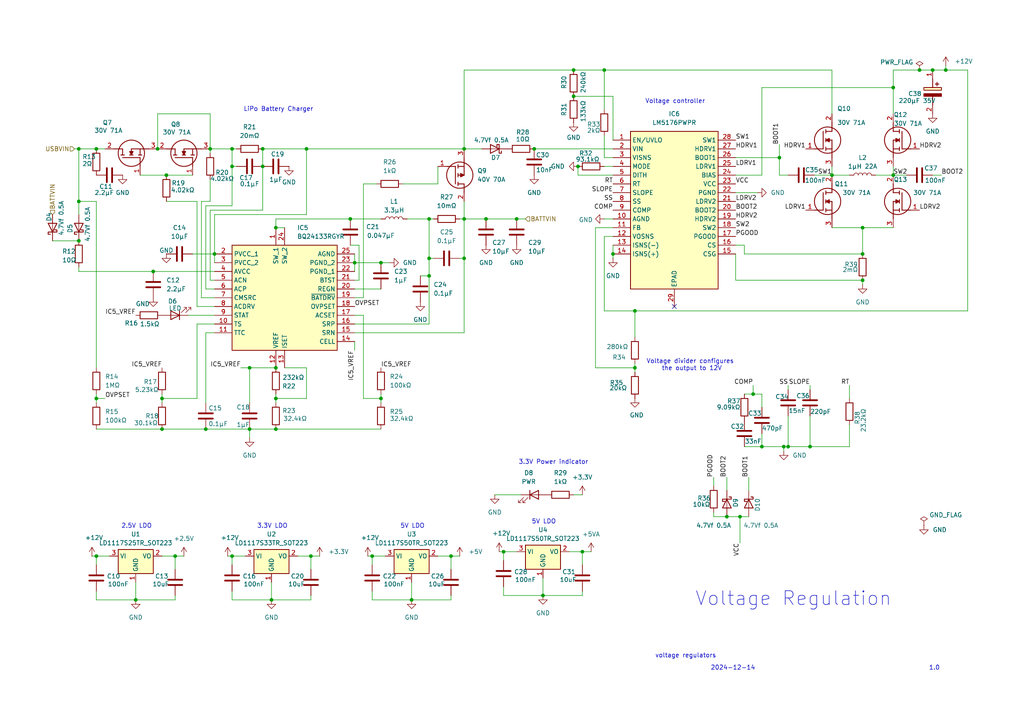
<source format=kicad_sch>
(kicad_sch (version 20250114) (generator "eeschema") (generator_version "9.0")
  (paper "A4")
  (text "1.0" (at 271.018 193.802 0) (effects (font (size 1.27 1.27))))
  (text "5V LDO\n" (at 119.634 152.654 0) (effects (font (size 1.27 1.27))))
  (text "3.3V Power indicator\n" (at 160.528 134.112 0) (effects (font (size 1.27 1.27))))
  (text "2024-12-14" (at 212.598 193.802 0) (effects (font (size 1.27 1.27))))
  (text "Voltage divider configures \nthe output to 12V" (at 200.66 105.918 0) (effects (font (size 1.27 1.27))))
  (text "2.5V LDO" (at 39.624 152.654 0) (effects (font (size 1.27 1.27))))
  (text "Voltage Regulation" (at 230.124 173.736 0) (effects (font (size 4 4))))
  (text "Voltage controller" (at 195.834 29.464 0) (effects (font (size 1.27 1.27))))
  (text "LiPo Battery Charger\n" (at 80.772 31.75 0) (effects (font (size 1.27 1.27))))
  (text "5V LDO\n" (at 157.734 151.384 0) (effects (font (size 1.27 1.27))))
  (text "voltage regulators\n" (at 198.882 190.246 0) (effects (font (size 1.27 1.27))))
  (text "3.3V LDO" (at 78.994 152.654 0) (effects (font (size 1.27 1.27))))
  (junction (at 119.38 173.99))
  (junction (at 214.63 149.86))
  (junction (at 270.51 20.32))
  (junction (at 62.23 73.66))
  (junction (at 228.6 129.54))
  (junction (at 226.06 45.72))
  (junction (at 27.94 115.57))
  (junction (at 259.08 50.8))
  (junction (at 149.86 63.5))
  (junction (at 72.39 124.46))
  (junction (at 130.81 161.29))
  (junction (at 134.62 74.93))
  (junction (at 250.19 81.28))
  (junction (at 210.82 149.86))
  (junction (at 76.2 48.26))
  (junction (at 177.8 73.66))
  (junction (at 44.45 78.74))
  (junction (at 80.01 106.68))
  (junction (at 166.37 27.94))
  (junction (at 154.94 43.18))
  (junction (at 76.2 43.18))
  (junction (at 124.46 74.93))
  (junction (at 107.95 161.29))
  (junction (at 124.46 80.01))
  (junction (at 27.94 161.29))
  (junction (at 184.15 90.17))
  (junction (at 80.01 124.46))
  (junction (at 50.8 161.29))
  (junction (at 227.33 129.54))
  (junction (at 168.91 160.02))
  (junction (at 46.99 124.46))
  (junction (at 110.49 76.2))
  (junction (at 274.32 20.32))
  (junction (at 90.17 161.29))
  (junction (at 167.64 48.26))
  (junction (at 80.01 66.04))
  (junction (at 59.69 124.46))
  (junction (at 27.94 43.18))
  (junction (at 250.19 73.66))
  (junction (at 157.48 172.72))
  (junction (at 234.95 129.54))
  (junction (at 266.7 20.32))
  (junction (at 22.86 58.42))
  (junction (at 88.9 43.18))
  (junction (at 166.37 20.32))
  (junction (at 102.87 76.2))
  (junction (at 175.26 20.32))
  (junction (at 60.96 43.18))
  (junction (at 101.6 63.5))
  (junction (at 22.86 43.18))
  (junction (at 45.72 43.18))
  (junction (at 72.39 106.68))
  (junction (at 67.31 43.18))
  (junction (at 220.98 129.54))
  (junction (at 80.01 115.57))
  (junction (at 134.62 63.5))
  (junction (at 67.31 161.29))
  (junction (at 259.08 25.4))
  (junction (at 39.37 173.99))
  (junction (at 241.3 50.8))
  (junction (at 218.44 114.3))
  (junction (at 250.19 66.04))
  (junction (at 184.15 106.68))
  (junction (at 140.97 63.5))
  (junction (at 134.62 43.18))
  (junction (at 110.49 115.57))
  (junction (at 67.31 48.26))
  (junction (at 48.26 50.8))
  (junction (at 46.99 115.57))
  (junction (at 78.74 173.99))
  (junction (at 22.86 69.85))
  (junction (at 146.05 160.02))
  (junction (at 124.46 63.5))
  (no_connect (at 195.58 88.9))
  (wire (pts (xy 62.23 73.66) (xy 62.23 62.23)))
  (wire (pts (xy 104.14 71.12) (xy 101.6 71.12)))
  (wire (pts (xy 227.33 129.54) (xy 227.33 130.81)))
  (wire (pts (xy 175.26 45.72) (xy 175.26 39.37)))
  (wire (pts (xy 60.96 43.18) (xy 60.96 44.45)))
  (wire (pts (xy 274.32 20.32) (xy 280.67 20.32)))
  (wire (pts (xy 270.51 20.32) (xy 274.32 20.32)))
  (wire (pts (xy 69.85 106.68) (xy 72.39 106.68)))
  (wire (pts (xy 105.41 53.34) (xy 109.22 53.34)))
  (wire (pts (xy 124.46 74.93) (xy 125.73 74.93)))
  (wire (pts (xy 177.8 73.66) (xy 177.8 74.93)))
  (wire (pts (xy 134.62 43.18) (xy 139.7 43.18)))
  (wire (pts (xy 228.6 120.65) (xy 228.6 129.54)))
  (wire (pts (xy 259.08 25.4) (xy 259.08 33.02)))
  (wire (pts (xy 241.3 66.04) (xy 250.19 66.04)))
  (wire (pts (xy 67.31 43.18) (xy 68.58 43.18)))
  (wire (pts (xy 166.37 27.94) (xy 177.8 27.94)))
  (wire (pts (xy 62.23 93.98) (xy 57.15 93.98)))
  (wire (pts (xy 168.91 172.72) (xy 157.48 172.72)))
  (wire (pts (xy 280.67 20.32) (xy 280.67 90.17)))
  (wire (pts (xy 60.96 81.28) (xy 60.96 60.96)))
  (wire (pts (xy 67.31 163.83) (xy 67.31 161.29)))
  (wire (pts (xy 46.99 124.46) (xy 59.69 124.46)))
  (wire (pts (xy 213.36 50.8) (xy 220.98 50.8)))
  (wire (pts (xy 59.69 124.46) (xy 72.39 124.46)))
  (wire (pts (xy 60.96 33.02) (xy 60.96 43.18)))
  (wire (pts (xy 90.17 161.29) (xy 86.36 161.29)))
  (wire (pts (xy 90.17 173.99) (xy 78.74 173.99)))
  (wire (pts (xy 27.94 171.45) (xy 27.94 173.99)))
  (wire (pts (xy 134.62 63.5) (xy 134.62 74.93)))
  (wire (pts (xy 62.23 73.66) (xy 62.23 76.2)))
  (wire (pts (xy 121.92 80.01) (xy 124.46 80.01)))
  (wire (pts (xy 80.01 66.04) (xy 82.55 66.04)))
  (wire (pts (xy 250.19 81.28) (xy 250.19 82.55)))
  (wire (pts (xy 21.59 43.18) (xy 22.86 43.18)))
  (wire (pts (xy 27.94 124.46) (xy 46.99 124.46)))
  (wire (pts (xy 168.91 160.02) (xy 165.1 160.02)))
  (wire (pts (xy 246.38 123.19) (xy 246.38 129.54)))
  (wire (pts (xy 213.36 45.72) (xy 226.06 45.72)))
  (wire (pts (xy 44.45 78.74) (xy 62.23 78.74)))
  (wire (pts (xy 175.26 68.58) (xy 177.8 68.58)))
  (wire (pts (xy 220.98 50.8) (xy 220.98 25.4)))
  (wire (pts (xy 270.51 50.8) (xy 273.05 50.8)))
  (wire (pts (xy 90.17 165.1) (xy 90.17 161.29)))
  (wire (pts (xy 210.82 138.43) (xy 210.82 142.24)))
  (wire (pts (xy 236.22 50.8) (xy 241.3 50.8)))
  (wire (pts (xy 101.6 63.5) (xy 80.01 63.5)))
  (wire (pts (xy 217.17 138.43) (xy 217.17 142.24)))
  (wire (pts (xy 88.9 43.18) (xy 134.62 43.18)))
  (wire (pts (xy 228.6 129.54) (xy 227.33 129.54)))
  (wire (pts (xy 167.64 50.8) (xy 177.8 50.8)))
  (wire (pts (xy 50.8 172.72) (xy 50.8 173.99)))
  (wire (pts (xy 175.26 90.17) (xy 184.15 90.17)))
  (wire (pts (xy 207.01 148.59) (xy 207.01 149.86)))
  (wire (pts (xy 130.81 172.72) (xy 130.81 173.99)))
  (wire (pts (xy 27.94 115.57) (xy 27.94 116.84)))
  (wire (pts (xy 62.23 88.9) (xy 57.15 88.9)))
  (wire (pts (xy 220.98 129.54) (xy 227.33 129.54)))
  (wire (pts (xy 80.01 63.5) (xy 80.01 66.04)))
  (wire (pts (xy 134.62 63.5) (xy 140.97 63.5)))
  (wire (pts (xy 105.41 115.57) (xy 110.49 115.57)))
  (wire (pts (xy 215.9 129.54) (xy 220.98 129.54)))
  (wire (pts (xy 184.15 105.41) (xy 184.15 106.68)))
  (wire (pts (xy 107.95 161.29) (xy 111.76 161.29)))
  (wire (pts (xy 130.81 173.99) (xy 119.38 173.99)))
  (wire (pts (xy 241.3 48.26) (xy 241.3 50.8)))
  (wire (pts (xy 146.05 160.02) (xy 149.86 160.02)))
  (wire (pts (xy 40.64 50.8) (xy 48.26 50.8)))
  (wire (pts (xy 46.99 114.3) (xy 46.99 115.57)))
  (wire (pts (xy 110.49 63.5) (xy 101.6 63.5)))
  (wire (pts (xy 102.87 76.2) (xy 102.87 78.74)))
  (wire (pts (xy 57.15 93.98) (xy 57.15 115.57)))
  (wire (pts (xy 175.26 20.32) (xy 241.3 20.32)))
  (wire (pts (xy 88.9 62.23) (xy 88.9 43.18)))
  (wire (pts (xy 215.9 73.66) (xy 250.19 73.66)))
  (wire (pts (xy 146.05 170.18) (xy 146.05 172.72)))
  (wire (pts (xy 57.15 58.42) (xy 57.15 88.9)))
  (wire (pts (xy 116.84 53.34) (xy 127 53.34)))
  (wire (pts (xy 27.94 43.18) (xy 30.48 43.18)))
  (wire (pts (xy 62.23 62.23) (xy 88.9 62.23)))
  (wire (pts (xy 143.51 143.51) (xy 151.13 143.51)))
  (wire (pts (xy 90.17 172.72) (xy 90.17 173.99)))
  (wire (pts (xy 57.15 115.57) (xy 46.99 115.57)))
  (wire (pts (xy 110.49 114.3) (xy 110.49 115.57)))
  (wire (pts (xy 78.74 168.91) (xy 78.74 173.99)))
  (wire (pts (xy 27.94 163.83) (xy 27.94 161.29)))
  (wire (pts (xy 27.94 173.99) (xy 39.37 173.99)))
  (wire (pts (xy 218.44 111.76) (xy 218.44 114.3)))
  (wire (pts (xy 234.95 120.65) (xy 234.95 129.54)))
  (wire (pts (xy 88.9 115.57) (xy 80.01 115.57)))
  (wire (pts (xy 134.62 63.5) (xy 133.35 63.5)))
  (wire (pts (xy 60.96 58.42) (xy 60.96 52.07)))
  (wire (pts (xy 66.04 161.29) (xy 67.31 161.29)))
  (wire (pts (xy 152.4 63.5) (xy 149.86 63.5)))
  (wire (pts (xy 102.87 83.82) (xy 110.49 83.82)))
  (wire (pts (xy 72.39 106.68) (xy 80.01 106.68)))
  (wire (pts (xy 250.19 66.04) (xy 259.08 66.04)))
  (wire (pts (xy 104.14 81.28) (xy 102.87 81.28)))
  (wire (pts (xy 76.2 43.18) (xy 88.9 43.18)))
  (wire (pts (xy 167.64 48.26) (xy 167.64 50.8)))
  (wire (pts (xy 259.08 48.26) (xy 259.08 50.8)))
  (wire (pts (xy 124.46 74.93) (xy 124.46 63.5)))
  (wire (pts (xy 48.26 50.8) (xy 55.88 50.8)))
  (wire (pts (xy 102.87 96.52) (xy 134.62 96.52)))
  (wire (pts (xy 46.99 116.84) (xy 46.99 115.57)))
  (wire (pts (xy 60.96 33.02) (xy 45.72 33.02)))
  (wire (pts (xy 67.31 48.26) (xy 68.58 48.26)))
  (wire (pts (xy 234.95 113.03) (xy 234.95 111.76)))
  (wire (pts (xy 105.41 86.36) (xy 105.41 53.34)))
  (wire (pts (xy 177.8 27.94) (xy 177.8 40.64)))
  (wire (pts (xy 166.37 20.32) (xy 175.26 20.32)))
  (wire (pts (xy 127 48.26) (xy 127 53.34)))
  (wire (pts (xy 105.41 91.44) (xy 105.41 115.57)))
  (wire (pts (xy 175.26 31.75) (xy 175.26 20.32)))
  (wire (pts (xy 172.72 66.04) (xy 177.8 66.04)))
  (wire (pts (xy 133.35 74.93) (xy 134.62 74.93)))
  (wire (pts (xy 102.87 86.36) (xy 105.41 86.36)))
  (wire (pts (xy 210.82 149.86) (xy 214.63 149.86)))
  (wire (pts (xy 207.01 138.43) (xy 207.01 140.97)))
  (wire (pts (xy 67.31 48.26) (xy 67.31 43.18)))
  (wire (pts (xy 259.08 25.4) (xy 259.08 20.32)))
  (wire (pts (xy 218.44 114.3) (xy 220.98 114.3)))
  (wire (pts (xy 214.63 149.86) (xy 214.63 157.48)))
  (wire (pts (xy 60.96 43.18) (xy 67.31 43.18)))
  (wire (pts (xy 259.08 20.32) (xy 266.7 20.32)))
  (wire (pts (xy 134.62 58.42) (xy 134.62 63.5)))
  (wire (pts (xy 220.98 25.4) (xy 259.08 25.4)))
  (wire (pts (xy 62.23 81.28) (xy 60.96 81.28)))
  (wire (pts (xy 172.72 66.04) (xy 172.72 106.68)))
  (wire (pts (xy 146.05 172.72) (xy 157.48 172.72)))
  (wire (pts (xy 184.15 90.17) (xy 280.67 90.17)))
  (wire (pts (xy 67.31 171.45) (xy 67.31 173.99)))
  (wire (pts (xy 214.63 149.86) (xy 217.17 149.86)))
  (wire (pts (xy 130.81 161.29) (xy 127 161.29)))
  (wire (pts (xy 58.42 86.36) (xy 62.23 86.36)))
  (wire (pts (xy 27.94 114.3) (xy 27.94 115.57)))
  (wire (pts (xy 124.46 80.01) (xy 124.46 74.93)))
  (wire (pts (xy 72.39 127) (xy 72.39 124.46)))
  (wire (pts (xy 59.69 59.69) (xy 59.69 83.82)))
  (wire (pts (xy 124.46 63.5) (xy 125.73 63.5)))
  (wire (pts (xy 27.94 106.68) (xy 27.94 58.42)))
  (wire (pts (xy 259.08 50.8) (xy 262.89 50.8)))
  (wire (pts (xy 168.91 171.45) (xy 168.91 172.72)))
  (wire (pts (xy 250.19 66.04) (xy 250.19 73.66)))
  (wire (pts (xy 134.62 20.32) (xy 166.37 20.32)))
  (wire (pts (xy 67.31 161.29) (xy 71.12 161.29)))
  (wire (pts (xy 76.2 48.26) (xy 76.2 60.96)))
  (wire (pts (xy 88.9 106.68) (xy 88.9 115.57)))
  (wire (pts (xy 50.8 165.1) (xy 50.8 161.29)))
  (wire (pts (xy 102.87 91.44) (xy 105.41 91.44)))
  (wire (pts (xy 54.61 91.44) (xy 62.23 91.44)))
  (wire (pts (xy 175.26 63.5) (xy 177.8 63.5)))
  (wire (pts (xy 241.3 50.8) (xy 246.38 50.8)))
  (wire (pts (xy 175.26 48.26) (xy 177.8 48.26)))
  (wire (pts (xy 59.69 96.52) (xy 59.69 116.84)))
  (wire (pts (xy 171.45 160.02) (xy 168.91 160.02)))
  (wire (pts (xy 45.72 33.02) (xy 45.72 43.18)))
  (wire (pts (xy 59.69 96.52) (xy 62.23 96.52)))
  (wire (pts (xy 172.72 106.68) (xy 184.15 106.68)))
  (wire (pts (xy 50.8 173.99) (xy 39.37 173.99)))
  (wire (pts (xy 118.11 63.5) (xy 124.46 63.5)))
  (wire (pts (xy 67.31 48.26) (xy 67.31 59.69)))
  (wire (pts (xy 39.37 168.91) (xy 39.37 173.99)))
  (wire (pts (xy 22.86 43.18) (xy 22.86 58.42)))
  (wire (pts (xy 57.15 58.42) (xy 48.26 58.42)))
  (wire (pts (xy 110.49 115.57) (xy 110.49 116.84)))
  (wire (pts (xy 226.06 50.8) (xy 228.6 50.8)))
  (wire (pts (xy 219.71 55.88) (xy 213.36 55.88)))
  (wire (pts (xy 177.8 45.72) (xy 175.26 45.72)))
  (wire (pts (xy 113.03 76.2) (xy 110.49 76.2)))
  (wire (pts (xy 107.95 163.83) (xy 107.95 161.29)))
  (wire (pts (xy 213.36 73.66) (xy 213.36 81.28)))
  (wire (pts (xy 15.24 69.85) (xy 22.86 69.85)))
  (wire (pts (xy 119.38 168.91) (xy 119.38 173.99)))
  (wire (pts (xy 215.9 71.12) (xy 215.9 73.66)))
  (wire (pts (xy 80.01 124.46) (xy 110.49 124.46)))
  (wire (pts (xy 82.55 106.68) (xy 88.9 106.68)))
  (wire (pts (xy 22.86 77.47) (xy 22.86 78.74)))
  (wire (pts (xy 102.87 73.66) (xy 102.87 76.2)))
  (wire (pts (xy 102.87 93.98) (xy 124.46 93.98)))
  (wire (pts (xy 157.48 167.64) (xy 157.48 172.72)))
  (wire (pts (xy 133.35 161.29) (xy 130.81 161.29)))
  (wire (pts (xy 59.69 59.69) (xy 67.31 59.69)))
  (wire (pts (xy 226.06 41.91) (xy 226.06 45.72)))
  (wire (pts (xy 22.86 58.42) (xy 22.86 62.23)))
  (wire (pts (xy 62.23 83.82) (xy 59.69 83.82)))
  (wire (pts (xy 184.15 90.17) (xy 184.15 97.79)))
  (wire (pts (xy 22.86 43.18) (xy 27.94 43.18)))
  (wire (pts (xy 246.38 111.76) (xy 246.38 115.57)))
  (wire (pts (xy 58.42 58.42) (xy 60.96 58.42)))
  (wire (pts (xy 104.14 81.28) (xy 104.14 71.12)))
  (wire (pts (xy 76.2 48.26) (xy 76.2 43.18)))
  (wire (pts (xy 254 50.8) (xy 259.08 50.8)))
  (wire (pts (xy 226.06 45.72) (xy 226.06 50.8)))
  (wire (pts (xy 175.26 68.58) (xy 175.26 90.17)))
  (wire (pts (xy 80.01 114.3) (xy 80.01 115.57)))
  (wire (pts (xy 241.3 20.32) (xy 241.3 33.02)))
  (wire (pts (xy 154.94 43.18) (xy 177.8 43.18)))
  (wire (pts (xy 55.88 73.66) (xy 62.23 73.66)))
  (wire (pts (xy 213.36 81.28) (xy 250.19 81.28)))
  (wire (pts (xy 58.42 58.42) (xy 58.42 86.36)))
  (wire (pts (xy 124.46 93.98) (xy 124.46 80.01)))
  (wire (pts (xy 130.81 165.1) (xy 130.81 161.29)))
  (wire (pts (xy 220.98 118.11) (xy 220.98 114.3)))
  (wire (pts (xy 215.9 114.3) (xy 218.44 114.3)))
  (wire (pts (xy 107.95 173.99) (xy 119.38 173.99)))
  (wire (pts (xy 60.96 60.96) (xy 76.2 60.96)))
  (wire (pts (xy 102.87 76.2) (xy 110.49 76.2)))
  (wire (pts (xy 220.98 125.73) (xy 220.98 129.54)))
  (wire (pts (xy 67.31 173.99) (xy 78.74 173.99)))
  (wire (pts (xy 168.91 163.83) (xy 168.91 160.02)))
  (wire (pts (xy 27.94 161.29) (xy 31.75 161.29)))
  (wire (pts (xy 50.8 161.29) (xy 46.99 161.29)))
  (wire (pts (xy 234.95 129.54) (xy 228.6 129.54)))
  (wire (pts (xy 53.34 161.29) (xy 50.8 161.29)))
  (wire (pts (xy 106.68 161.29) (xy 107.95 161.29)))
  (wire (pts (xy 102.87 101.6) (xy 102.87 99.06)))
  (wire (pts (xy 26.67 161.29) (xy 27.94 161.29)))
  (wire (pts (xy 22.86 78.74) (xy 44.45 78.74)))
  (wire (pts (xy 184.15 106.68) (xy 184.15 107.95)))
  (wire (pts (xy 27.94 115.57) (xy 30.48 115.57)))
  (wire (pts (xy 72.39 124.46) (xy 80.01 124.46)))
  (wire (pts (xy 274.32 19.05) (xy 274.32 20.32)))
  (wire (pts (xy 215.9 71.12) (xy 213.36 71.12)))
  (wire (pts (xy 234.95 129.54) (xy 246.38 129.54)))
  (wire (pts (xy 266.7 20.32) (xy 270.51 20.32)))
  (wire (pts (xy 177.8 71.12) (xy 177.8 73.66)))
  (wire (pts (xy 107.95 171.45) (xy 107.95 173.99)))
  (wire (pts (xy 149.86 63.5) (xy 140.97 63.5)))
  (wire (pts (xy 27.94 58.42) (xy 22.86 58.42)))
  (wire (pts (xy 80.01 115.57) (xy 80.01 116.84)))
  (wire (pts (xy 134.62 74.93) (xy 134.62 96.52)))
  (wire (pts (xy 166.37 143.51) (xy 168.91 143.51)))
  (wire (pts (xy 144.78 160.02) (xy 146.05 160.02)))
  (wire (pts (xy 228.6 111.76) (xy 228.6 113.03)))
  (wire (pts (xy 146.05 162.56) (xy 146.05 160.02)))
  (wire (pts (xy 207.01 149.86) (xy 210.82 149.86)))
  (wire (pts (xy 134.62 20.32) (xy 134.62 43.18)))
  (wire (pts (xy 72.39 116.84) (xy 72.39 106.68)))
  (wire (pts (xy 92.71 161.29) (xy 90.17 161.29)))
  (label "COMP" (at 177.8 60.96 180))
  (label "SS" (at 177.8 58.42 180))
  (label "BOOT1" (at 226.06 41.91 90))
  (label "HDRV2" (at 213.36 63.5 0))
  (label "LDRV2" (at 266.7 60.96 0))
  (label "PGOOD" (at 213.36 68.58 0))
  (label "BOOT2" (at 213.36 60.96 0))
  (label "LDRV1" (at 213.36 48.26 0))
  (label "VCC" (at 213.36 53.34 0))
  (label "PGOOD" (at 207.01 138.43 90))
  (label "VCC" (at 214.63 157.48 270))
  (label "SW2" (at 259.08 50.8 0))
  (label "SW1" (at 241.3 50.8 180))
  (label "IC5_VREF" (at 110.49 106.68 0))
  (label "IC5_VREF" (at 46.99 106.68 180))
  (label "HDRV1" (at 213.36 43.18 0))
  (label "SW2" (at 213.36 66.04 0))
  (label "BOOT2" (at 273.05 50.8 0))
  (label "SW1" (at 213.36 40.64 0))
  (label "BOOT1" (at 217.17 138.43 90))
  (label "SLOPE" (at 234.95 111.76 180))
  (label "OVPSET" (at 102.87 88.9 0))
  (label "SS" (at 228.6 111.76 180))
  (label "BOOT2" (at 210.82 138.43 90))
  (label "IC5_VREF" (at 102.87 101.6 270))
  (label "COMP" (at 218.44 111.76 180))
  (label "SLOPE" (at 177.8 55.88 180))
  (label "RT" (at 246.38 111.76 180))
  (label "HDRV2" (at 266.7 43.18 0))
  (label "HDRV1" (at 233.68 43.18 180))
  (label "OVPSET" (at 30.48 115.57 0))
  (label "RT" (at 177.8 53.34 180))
  (label "IC5_VREF" (at 69.85 106.68 180))
  (label "IC5_VREF" (at 39.37 91.44 180))
  (label "LDRV1" (at 233.68 60.96 180))
  (label "LDRV2" (at 213.36 58.42 0))
  (hierarchical_label "BATTVIN" (shape input) (at 15.24 62.23 90))
  (hierarchical_label "USBVIN" (shape input) (at 21.59 43.18 180))
  (hierarchical_label "BATTVIN" (shape input) (at 152.4 63.5 0))
  (symbol (lib_id "power:+12V") (at 66.04 161.29 0) (unit 1)
    (property "Reference" "#PWR030" (effects (hide yes)))
    (property "Value" "+12V" (at 64.008 155.956 0) (effects (justify left)))
    (property "Description" "Power symbol creates a global label with name \"+12V\"" (effects (hide yes)))
  )
  (symbol (lib_id "Device:C") (at 72.39 48.26 90) (unit 1)
    (property "Reference" "C17" (at 71.374 51.562 90))
    (property "Value" "0.1µF" (at 72.39 53.34 90))
    (property "Footprint" "Capacitor_SMD:C_0603_1608Metric" (effects (hide yes)))
    (property "Description" "Unpolarized capacitor" (effects (hide yes)))
  )
  (symbol (lib_id "Device:C") (at 44.45 82.55 0) (unit 1)
    (property "Reference" "C12" (at 48.26 81.2799 0) (effects (justify left)))
    (property "Value" "2.2µF" (at 48.26 83.8199 0) (effects (justify left)))
    (property "Footprint" "Capacitor_SMD:C_0603_1608Metric" (effects (hide yes)))
    (property "Description" "Unpolarized capacitor" (effects (hide yes)))
  )
  (symbol (lib_id "Device:R") (at 80.01 120.65 0) (unit 1)
    (property "Reference" "R23" (at 83.82 119.126 0))
    (property "Value" "32.4kΩ" (at 85.598 121.412 0))
    (property "Footprint" "Resistor_SMD:R_0603_1608Metric" (effects (hide yes)))
    (property "Description" "Resistor" (effects (hide yes)))
  )
  (symbol (lib_id "Device:R") (at 46.99 120.65 180) (unit 1)
    (property "Reference" "R18" (at 42.164 120.65 0) (effects (justify right)))
    (property "Value" "30.1kΩ" (at 38.862 122.682 0) (effects (justify right)))
    (property "Footprint" "Resistor_SMD:R_0603_1608Metric" (effects (hide yes)))
    (property "Description" "Resistor" (effects (hide yes)))
  )
  (symbol (lib_id "Device:R") (at 22.86 73.66 180) (unit 1)
    (property "Reference" "R12" (at 18.034 72.898 0) (effects (justify right)))
    (property "Value" "10Ω" (at 18.034 75.438 0) (effects (justify right)))
    (property "Footprint" "Resistor_SMD:R_0603_1608Metric" (effects (hide yes)))
    (property "Description" "Resistor" (effects (hide yes)))
  )
  (symbol (lib_id "power:GND") (at 219.71 55.88 90) (unit 1)
    (property "Reference" "#PWR053" (effects (hide yes)))
    (property "Value" "GND" (at 223.52 55.8799 90) (effects (justify right)))
    (property "Description" "Power symbol creates a global label with name \"GND\" , ground" (effects (hide yes)))
  )
  (symbol (lib_id "Device:C") (at 168.91 167.64 0) (unit 1)
    (property "Reference" "C31" (at 163.068 165.862 0) (effects (justify left)))
    (property "Value" "10uF" (at 162.306 168.148 0) (effects (justify left)))
    (property "Footprint" "Capacitor_SMD:C_0603_1608Metric" (effects (hide yes)))
    (property "Description" "Unpolarized capacitor" (effects (hide yes)))
  )
  (symbol (lib_id "Device:R") (at 72.39 43.18 270) (unit 1)
    (property "Reference" "R21" (at 72.39 36.83 90))
    (property "Value" "20mΩ" (at 72.39 39.37 90))
    (property "Footprint" "Resistor_SMD:R_0603_1608Metric" (effects (hide yes)))
    (property "Description" "Resistor" (effects (hide yes)))
  )
  (symbol (lib_id "IPD047N03LF2SATMA1:IPD047N03LF2SATMA1") (at 55.88 50.8 90) (unit 1)
    (property "Reference" "Q8" (at 52.324 36.068 90) (effects (justify left)))
    (property "Value" "30V 71A" (at 55.372 38.354 90) (effects (justify left)))
    (property "Footprint" "kuben-footprints:IPD047N03LF2SATMA1" (effects (hide yes)))
    (property "Datasheet" "https://www.infineon.com/dgdl/Infineon-IPD047N03LF2S-DataSheet-v01_00-EN.pdf?fileId=8ac78c8c92416ca50192b89c5f296484" (effects (hide yes)))
    (property "Description" "N-Channel 30 V 71A (Tc) 65W (Tc) Surface Mount PG-TO252-3" (effects (hide yes)))
    (property "Description_1" "N-Channel 30 V 71A (Tc) 65W (Tc) Surface Mount PG-TO252-3" (effects (hide yes)))
    (property "Height" "2.52" (effects (hide yes)))
    (property "Manufacturer_Name" "Infineon" (effects (hide yes)))
    (property "Manufacturer_Part_Number" "IPD047N03LF2SATMA1" (effects (hide yes)))
  )
  (symbol (lib_id "Device:C") (at 121.92 83.82 180) (unit 1)
    (property "Reference" "C24" (at 125.73 82.5499 0) (effects (justify right)))
    (property "Value" "0.1µF" (at 125.73 85.0899 0) (effects (justify right)))
    (property "Footprint" "Capacitor_SMD:C_0603_1608Metric" (effects (hide yes)))
    (property "Description" "Unpolarized capacitor" (effects (hide yes)))
  )
  (symbol (lib_id "Device:D_Schottky") (at 143.51 43.18 180) (unit 1)
    (property "Reference" "D7" (at 145.0976 45.72 0) (effects (justify left)))
    (property "Value" "4.7Vf 0.5A" (at 147.574 40.64 0) (effects (justify left)))
    (property "Footprint" "kuben-footprints:DIOC1709X85N" (effects (hide yes)))
    (property "Description" "Schottky diode" (effects (hide yes)))
    (property "Height" "0.85" (effects (hide yes)))
    (property "Mouser Part Number" "750-CDBU0520" (effects (hide yes)))
    (property "Mouser Price/Stock" "https://www.mouser.co.uk/ProductDetail/Comchip-Technology/CDBU0520?qs=QrYNfmA0esYvGSGDalbccA%3D%3D" (effects (hide yes)))
    (property "Manufacturer_Name" "Comchip Technology" (effects (hide yes)))
    (property "Manufacturer_Part_Number" "CDBU0520" (effects (hide yes)))
  )
  (symbol (lib_id "Device:D_Schottky") (at 210.82 146.05 270) (unit 1)
    (property "Reference" "D9" (at 213.36 144.4624 0) (effects (justify left)))
    (property "Value" "4.7Vf 0.5A" (at 201.93 152.4 90) (effects (justify left)))
    (property "Footprint" "kuben-footprints:DIOC1709X85N" (effects (hide yes)))
    (property "Description" "Schottky diode" (effects (hide yes)))
    (property "Height" "0.85" (effects (hide yes)))
    (property "Mouser Part Number" "750-CDBU0520" (effects (hide yes)))
    (property "Mouser Price/Stock" "https://www.mouser.co.uk/ProductDetail/Comchip-Technology/CDBU0520?qs=QrYNfmA0esYvGSGDalbccA%3D%3D" (effects (hide yes)))
    (property "Manufacturer_Name" "Comchip Technology" (effects (hide yes)))
    (property "Manufacturer_Part_Number" "CDBU0520" (effects (hide yes)))
  )
  (symbol (lib_id "power:PWR_FLAG") (at 267.97 152.4 0) (unit 1)
    (property "Reference" "#FLG02" (effects (hide yes)))
    (property "Value" "GND_FLAG" (at 274.32 149.352 0))
    (property "Description" "Special symbol for telling ERC where power comes from" (effects (hide yes)))
  )
  (symbol (lib_id "Device:R") (at 80.01 110.49 0) (unit 1)
    (property "Reference" "R22" (at 83.82 112.014 0))
    (property "Value" "232kΩ" (at 85.09 109.474 0))
    (property "Footprint" "Resistor_SMD:R_0603_1608Metric" (effects (hide yes)))
    (property "Description" "Resistor" (effects (hide yes)))
  )
  (symbol (lib_id "power:GND") (at 177.8 74.93 0) (unit 1)
    (property "Reference" "#PWR051" (effects (hide yes)))
    (property "Value" "GND" (at 177.8 80.01 0))
    (property "Description" "Power symbol creates a global label with name \"GND\" , ground" (effects (hide yes)))
  )
  (symbol (lib_id "power:+3.3V") (at 168.91 143.51 0) (unit 1)
    (property "Reference" "#PWR048" (effects (hide yes)))
    (property "Value" "+3.3V" (at 168.91 138.43 0))
    (property "Description" "Power symbol creates a global label with name \"+3.3V\"" (effects (hide yes)))
  )
  (symbol (lib_id "Regulator_Linear:LD1117S25TR_SOT223") (at 39.37 161.29 0) (unit 1)
    (property "Reference" "U1" (at 39.37 154.94 0))
    (property "Value" "LD1117S25TR_SOT223" (at 39.37 157.48 0))
    (property "Footprint" "Package_TO_SOT_SMD:SOT-223-3_TabPin2" (effects (hide yes)))
    (property "Datasheet" "http://www.st.com/st-web-ui/static/active/en/resource/technical/document/datasheet/CD00000544.pdf" (effects (hide yes)))
    (property "Description" "800mA Fixed Low Drop Positive Voltage Regulator, Fixed Output 2.5V, SOT-223" (effects (hide yes)))
  )
  (symbol (lib_id "Device:C") (at 215.9 125.73 180) (unit 1)
    (property "Reference" "C32" (at 213.868 123.698 0))
    (property "Value" "33nF" (at 218.44 128.016 0))
    (property "Footprint" "Capacitor_SMD:C_0603_1608Metric" (effects (hide yes)))
    (property "Description" "Unpolarized capacitor" (effects (hide yes)))
  )
  (symbol (lib_id "IPD047N03LF2SATMA1:IPD047N03LF2SATMA1") (at 233.68 43.18 0) (unit 1)
    (property "Reference" "Q10" (at 242.824 31.496 0) (effects (justify left)))
    (property "Value" "30V 71A" (at 242.824 35.56 0) (effects (justify left)))
    (property "Footprint" "kuben-footprints:IPD047N03LF2SATMA1" (effects (hide yes)))
    (property "Datasheet" "https://www.infineon.com/dgdl/Infineon-IPD047N03LF2S-DataSheet-v01_00-EN.pdf?fileId=8ac78c8c92416ca50192b89c5f296484" (effects (hide yes)))
    (property "Description" "N-Channel 30 V 71A (Tc) 65W (Tc) Surface Mount PG-TO252-3" (effects (hide yes)))
    (property "Description_1" "N-Channel 30 V 71A (Tc) 65W (Tc) Surface Mount PG-TO252-3" (effects (hide yes)))
    (property "Height" "2.52" (effects (hide yes)))
    (property "Manufacturer_Name" "Infineon" (effects (hide yes)))
    (property "Manufacturer_Part_Number" "IPD047N03LF2SATMA1" (effects (hide yes)))
  )
  (symbol (lib_id "power:+5V") (at 133.35 161.29 0) (unit 1)
    (property "Reference" "#PWR039" (effects (hide yes)))
    (property "Value" "+5V" (at 135.89 160.0199 0) (effects (justify left)))
    (property "Description" "Power symbol creates a global label with name \"+5V\"" (effects (hide yes)))
  )
  (symbol (lib_id "Device:C") (at 220.98 121.92 180) (unit 1)
    (property "Reference" "C33" (at 218.948 119.888 0))
    (property "Value" "470pF" (at 224.028 124.206 0))
    (property "Footprint" "Capacitor_SMD:C_0603_1608Metric" (effects (hide yes)))
    (property "Description" "Unpolarized capacitor" (effects (hide yes)))
  )
  (symbol (lib_id "Device:R") (at 162.56 143.51 90) (unit 1)
    (property "Reference" "R29" (at 162.56 137.16 90))
    (property "Value" "1kΩ" (at 162.56 139.7 90))
    (property "Footprint" "Resistor_SMD:R_0603_1608Metric" (effects (hide yes)))
    (property "Description" "Resistor" (effects (hide yes)))
  )
  (symbol (lib_id "Device:R") (at 48.26 54.61 180) (unit 1)
    (property "Reference" "R19" (at 49.784 53.086 0) (effects (justify right)))
    (property "Value" "4.02kΩ" (at 49.53 55.118 0) (effects (justify right)))
    (property "Footprint" "Resistor_SMD:R_0603_1608Metric" (effects (hide yes)))
    (property "Description" "Resistor" (effects (hide yes)))
  )
  (symbol (lib_id "MAL215099001E3:MAL215099001E3") (at 270.51 20.32 270) (unit 1)
    (property "Reference" "C38" (at 263.398 27.178 90) (effects (justify left)))
    (property "Value" "220µF 35V" (at 260.604 29.21 90) (effects (justify left)))
    (property "Footprint" "kuben-footprints:CAPAE1050X1050N" (effects (hide yes)))
    (property "Description" "Aluminum Electrolytic Capacitors - SMD 220uF 35volts" (effects (hide yes)))
    (property "Height" "10.5" (effects (hide yes)))
    (property "Mouser Part Number" "594-MAL215099001E3" (effects (hide yes)))
    (property "Mouser Price/Stock" "https://www.mouser.co.uk/ProductDetail/Vishay-BC-Components/MAL215099001E3?qs=Ep9Lwju7gVqiNejX6ixLsw%3D%3D" (effects (hide yes)))
    (property "Manufacturer_Name" "Vishay" (effects (hide yes)))
    (property "Manufacturer_Part_Number" "MAL215099001E3" (effects (hide yes)))
  )
  (symbol (lib_id "power:GND") (at 119.38 173.99 0) (unit 1)
    (property "Reference" "#PWR037" (effects (hide yes)))
    (property "Value" "GND" (at 119.38 179.07 0))
    (property "Description" "Power symbol creates a global label with name \"GND\" , ground" (effects (hide yes)))
  )
  (symbol (lib_id "Device:LED") (at 154.94 143.51 0) (unit 1)
    (property "Reference" "D8" (at 153.3525 137.16 0))
    (property "Value" "PWR" (at 153.3525 139.7 0))
    (property "Footprint" "Diode_SMD:D_0603_1608Metric" (effects (hide yes)))
    (property "Description" "Light emitting diode" (effects (hide yes)))
  )
  (symbol (lib_id "Device:C") (at 149.86 67.31 0) (unit 1)
    (property "Reference" "C29" (at 153.162 70.358 0) (effects (justify left)))
    (property "Value" "10µF" (at 153.162 72.898 0) (effects (justify left)))
    (property "Footprint" "Capacitor_SMD:C_0603_1608Metric" (effects (hide yes)))
    (property "Description" "Unpolarized capacitor" (effects (hide yes)))
  )
  (symbol (lib_id "power:GND") (at 166.37 35.56 0) (unit 1)
    (property "Reference" "#PWR046" (effects (hide yes)))
    (property "Value" "GND" (at 166.37 39.878 0))
    (property "Description" "Power symbol creates a global label with name \"GND\" , ground" (effects (hide yes)))
  )
  (symbol (lib_id "power:PWR_FLAG") (at 266.7 20.32 0) (unit 1)
    (property "Reference" "#FLG01" (effects (hide yes)))
    (property "Value" "PWR_FLAG" (at 260.096 18.034 0))
    (property "Description" "Special symbol for telling ERC where power comes from" (effects (hide yes)))
  )
  (symbol (lib_id "Device:C") (at 146.05 166.37 0) (unit 1)
    (property "Reference" "C28" (at 149.098 165.862 0) (effects (justify left)))
    (property "Value" "100nF" (at 149.352 168.148 0) (effects (justify left)))
    (property "Footprint" "Capacitor_SMD:C_0603_1608Metric" (effects (hide yes)))
    (property "Description" "Unpolarized capacitor" (effects (hide yes)))
  )
  (symbol (lib_id "power:GND") (at 113.03 76.2 90) (unit 1)
    (property "Reference" "#PWR036" (effects (hide yes)))
    (property "Value" "GND" (at 116.84 76.1999 90) (effects (justify right)))
    (property "Description" "Power symbol creates a global label with name \"GND\" , ground" (effects (hide yes)))
  )
  (symbol (lib_id "Device:L") (at 250.19 50.8 90) (unit 1)
    (property "Reference" "L2" (at 250.19 45.72 90))
    (property "Value" "1µH 22A" (at 250.19 48.26 90))
    (property "Footprint" "kuben-footprints:INDPM6965X300N" (effects (hide yes)))
    (property "Description" "Inductor" (effects (hide yes)))
    (property "Height" "3" (effects (hide yes)))
    (property "Mouser Part Number" "70-IHLP2525CZR1R0M06" (effects (hide yes)))
    (property "Mouser Price/Stock" "https://www.mouser.co.uk/ProductDetail/Vishay-Dale/IHLP2525CZER1R0M06?qs=gMuw6kkpPFiOvUjVH4k3sQ%3D%3D" (effects (hide yes)))
    (property "Manufacturer_Name" "Vishay" (effects (hide yes)))
    (property "Manufacturer_Part_Number" "IHLP2525CZER1R0M06" (effects (hide yes)))
  )
  (symbol (lib_id "power:GND") (at 72.39 127 0) (unit 1)
    (property "Reference" "#PWR031" (effects (hide yes)))
    (property "Value" "GND" (at 72.39 132.08 0))
    (property "Description" "Power symbol creates a global label with name \"GND\" , ground" (effects (hide yes)))
  )
  (symbol (lib_id "power:+5V") (at 171.45 160.02 0) (unit 1)
    (property "Reference" "#PWR049" (effects (hide yes)))
    (property "Value" "+5VA" (at 171.45 154.94 0))
    (property "Description" "Power symbol creates a global label with name \"+5V\"" (effects (hide yes)))
  )
  (symbol (lib_id "Device:C") (at 232.41 50.8 90) (unit 1)
    (property "Reference" "C35" (at 235.458 49.276 90))
    (property "Value" "100nF" (at 236.474 52.324 90))
    (property "Footprint" "Capacitor_SMD:C_0603_1608Metric" (effects (hide yes)))
    (property "Description" "Unpolarized capacitor" (effects (hide yes)))
  )
  (symbol (lib_id "power:+12V") (at 144.78 160.02 0) (unit 1)
    (property "Reference" "#PWR042" (effects (hide yes)))
    (property "Value" "+12V" (at 142.748 154.686 0) (effects (justify left)))
    (property "Description" "Power symbol creates a global label with name \"+12V\"" (effects (hide yes)))
  )
  (symbol (lib_id "Device:C") (at 50.8 168.91 0) (unit 1)
    (property "Reference" "C13" (at 44.958 167.132 0) (effects (justify left)))
    (property "Value" "10uF" (at 44.196 169.418 0) (effects (justify left)))
    (property "Footprint" "Capacitor_SMD:C_0603_1608Metric" (effects (hide yes)))
    (property "Description" "Unpolarized capacitor" (effects (hide yes)))
  )
  (symbol (lib_id "power:GND") (at 227.33 130.81 0) (unit 1)
    (property "Reference" "#PWR054" (effects (hide yes)))
    (property "Value" "GND" (at 229.87 132.0799 0) (effects (justify left)))
    (property "Description" "Power symbol creates a global label with name \"GND\" , ground" (effects (hide yes)))
  )
  (symbol (lib_id "BQ24133RGYR:BQ24133RGYR") (at 82.55 66.04 270) (unit 1)
    (property "Reference" "IC5" (at 86.1824 66.04 90) (effects (justify left)))
    (property "Value" "BQ24133RGYR" (at 86.1824 68.58 90) (effects (justify left)))
    (property "Footprint" "kuben-footprints:BQ24133RGYR" (effects (hide yes)))
    (property "Datasheet" "http://www.ti.com/lit/gpn/BQ24133" (effects (hide yes)))
    (property "Description" "Synchronous Switch-Mode Li-Ion and Li-Polymer Stand-Alone Battery Charger" (effects (hide yes)))
    (property "Height" "1" (effects (hide yes)))
    (property "Mouser Part Number" "595-BQ24133RGYR" (effects (hide yes)))
    (property "Mouser Price/Stock" "https://www.mouser.co.uk/ProductDetail/Texas-Instruments/BQ24133RGYR?qs=O1HRStiETChtddIVJFsUHw%3D%3D" (effects (hide yes)))
    (property "Manufacturer_Name" "Texas Instruments" (effects (hide yes)))
    (property "Manufacturer_Part_Number" "BQ24133RGYR" (effects (hide yes)))
  )
  (symbol (lib_id "Regulator_Linear:LD1117S50TR_SOT223") (at 119.38 161.29 0) (unit 1)
    (property "Reference" "U3" (at 119.38 154.94 0))
    (property "Value" "LD1117S50TR_SOT223" (at 119.38 157.48 0))
    (property "Footprint" "Package_TO_SOT_SMD:SOT-223-3_TabPin2" (effects (hide yes)))
    (property "Datasheet" "http://www.st.com/st-web-ui/static/active/en/resource/technical/document/datasheet/CD00000544.pdf" (effects (hide yes)))
    (property "Description" "800mA Fixed Low Drop Positive Voltage Regulator, Fixed Output 5.0V, SOT-223" (effects (hide yes)))
  )
  (symbol (lib_id "Device:R") (at 175.26 35.56 180) (unit 1)
    (property "Reference" "R33" (at 172.212 36.068 0))
    (property "Value" "2kΩ" (at 172.212 37.846 0))
    (property "Footprint" "Resistor_SMD:R_0603_1608Metric" (effects (hide yes)))
    (property "Description" "Resistor" (effects (hide yes)))
  )
  (symbol (lib_id "Device:R") (at 27.94 120.65 180) (unit 1)
    (property "Reference" "R15" (at 30.48 119.3799 0) (effects (justify right)))
    (property "Value" "100kΩ" (at 30.48 121.9199 0) (effects (justify right)))
    (property "Footprint" "Resistor_SMD:R_0603_1608Metric" (effects (hide yes)))
    (property "Description" "Resistor" (effects (hide yes)))
  )
  (symbol (lib_id "Device:C") (at 101.6 67.31 180) (unit 1)
    (property "Reference" "C21" (at 106.172 65.786 0) (effects (justify right)))
    (property "Value" "0.047µF" (at 106.426 68.326 0) (effects (justify right)))
    (property "Footprint" "Capacitor_SMD:C_0603_1608Metric" (effects (hide yes)))
    (property "Description" "Unpolarized capacitor" (effects (hide yes)))
  )
  (symbol (lib_id "Device:D_Schottky") (at 217.17 146.05 270) (unit 1)
    (property "Reference" "D10" (at 219.71 144.4624 0) (effects (justify left)))
    (property "Value" "4.7Vf 0.5A" (at 215.646 152.4 90) (effects (justify left)))
    (property "Footprint" "kuben-footprints:DIOC1709X85N" (effects (hide yes)))
    (property "Description" "Schottky diode" (effects (hide yes)))
    (property "Height" "0.85" (effects (hide yes)))
    (property "Mouser Part Number" "750-CDBU0520" (effects (hide yes)))
    (property "Mouser Price/Stock" "https://www.mouser.co.uk/ProductDetail/Comchip-Technology/CDBU0520?qs=QrYNfmA0esYvGSGDalbccA%3D%3D" (effects (hide yes)))
    (property "Manufacturer_Name" "Comchip Technology" (effects (hide yes)))
    (property "Manufacturer_Part_Number" "CDBU0520" (effects (hide yes)))
  )
  (symbol (lib_id "IPD047N03LF2SATMA1:IPD047N03LF2SATMA1") (at 266.7 60.96 0) (mirror y) (unit 1)
    (property "Reference" "Q13" (at 263.144 52.07 0) (effects (justify left)))
    (property "Value" "30V 71A" (at 273.05 55.88 0) (effects (justify left)))
    (property "Footprint" "kuben-footprints:IPD047N03LF2SATMA1" (effects (hide yes)))
    (property "Datasheet" "https://www.infineon.com/dgdl/Infineon-IPD047N03LF2S-DataSheet-v01_00-EN.pdf?fileId=8ac78c8c92416ca50192b89c5f296484" (effects (hide yes)))
    (property "Description" "N-Channel 30 V 71A (Tc) 65W (Tc) Surface Mount PG-TO252-3" (effects (hide yes)))
    (property "Description_1" "N-Channel 30 V 71A (Tc) 65W (Tc) Surface Mount PG-TO252-3" (effects (hide yes)))
    (property "Height" "2.52" (effects (hide yes)))
    (property "Manufacturer_Name" "Infineon" (effects (hide yes)))
    (property "Manufacturer_Part_Number" "IPD047N03LF2SATMA1" (effects (hide yes)))
  )
  (symbol (lib_id "Device:R") (at 151.13 43.18 270) (unit 1)
    (property "Reference" "R28" (at 151.638 38.354 90))
    (property "Value" "10Ω" (at 151.638 40.386 90))
    (property "Footprint" "Resistor_SMD:R_0603_1608Metric" (effects (hide yes)))
    (property "Description" "Resistor" (effects (hide yes)))
  )
  (symbol (lib_id "Device:R") (at 43.18 91.44 90) (unit 1)
    (property "Reference" "R16" (at 38.1 93.726 90))
    (property "Value" "1.5kΩ" (at 43.434 93.98 90))
    (property "Footprint" "Resistor_SMD:R_0603_1608Metric" (effects (hide yes)))
    (property "Description" "Resistor" (effects (hide yes)))
  )
  (symbol (lib_id "Regulator_Linear:LD1117S50TR_SOT223") (at 157.48 160.02 0) (unit 1)
    (property "Reference" "U4" (at 157.48 153.67 0))
    (property "Value" "LD1117S50TR_SOT223" (at 157.48 156.21 0))
    (property "Footprint" "Package_TO_SOT_SMD:SOT-223-3_TabPin2" (effects (hide yes)))
    (property "Datasheet" "http://www.st.com/st-web-ui/static/active/en/resource/technical/document/datasheet/CD00000544.pdf" (effects (hide yes)))
    (property "Description" "800mA Fixed Low Drop Positive Voltage Regulator, Fixed Output 5.0V, SOT-223" (effects (hide yes)))
  )
  (symbol (lib_id "power:GND") (at 48.26 73.66 0) (unit 1)
    (property "Reference" "#PWR028" (effects (hide yes)))
    (property "Value" "GND" (at 48.26 72.644 0))
    (property "Description" "Power symbol creates a global label with name \"GND\" , ground" (effects (hide yes)))
  )
  (symbol (lib_id "Device:C") (at 31.75 50.8 90) (unit 1)
    (property "Reference" "C11" (at 30.734 54.102 90))
    (property "Value" "2.2µF" (at 30.226 55.88 90))
    (property "Footprint" "Capacitor_SMD:C_0603_1608Metric" (effects (hide yes)))
    (property "Description" "Unpolarized capacitor" (effects (hide yes)))
  )
  (symbol (lib_id "Device:R") (at 46.99 110.49 180) (unit 1)
    (property "Reference" "R17" (at 41.656 110.744 0) (effects (justify right)))
    (property "Value" "5.23kΩ" (at 39.116 113.03 0) (effects (justify right)))
    (property "Footprint" "Resistor_SMD:R_0603_1608Metric" (effects (hide yes)))
    (property "Description" "Resistor" (effects (hide yes)))
  )
  (symbol (lib_id "power:+12V") (at 274.32 19.05 0) (unit 1)
    (property "Reference" "#PWR058" (effects (hide yes)))
    (property "Value" "+12V" (at 276.86 17.7799 0) (effects (justify left)))
    (property "Description" "Power symbol creates a global label with name \"+12V\"" (effects (hide yes)))
  )
  (symbol (lib_id "Device:C") (at 110.49 80.01 180) (unit 1)
    (property "Reference" "C23" (at 114.3 78.7399 0) (effects (justify right)))
    (property "Value" "1µF" (at 114.3 81.2799 0) (effects (justify right)))
    (property "Footprint" "Capacitor_SMD:C_0603_1608Metric" (effects (hide yes)))
    (property "Description" "Unpolarized capacitor" (effects (hide yes)))
  )
  (symbol (lib_id "IPD047N03LF2SATMA1:IPD047N03LF2SATMA1") (at 266.7 43.18 0) (mirror y) (unit 1)
    (property "Reference" "Q12" (at 263.144 33.274 0) (effects (justify left)))
    (property "Value" "30V 71A" (at 267.462 35.814 0) (effects (justify left)))
    (property "Footprint" "kuben-footprints:IPD047N03LF2SATMA1" (effects (hide yes)))
    (property "Datasheet" "https://www.infineon.com/dgdl/Infineon-IPD047N03LF2S-DataSheet-v01_00-EN.pdf?fileId=8ac78c8c92416ca50192b89c5f296484" (effects (hide yes)))
    (property "Description" "N-Channel 30 V 71A (Tc) 65W (Tc) Surface Mount PG-TO252-3" (effects (hide yes)))
    (property "Description_1" "N-Channel 30 V 71A (Tc) 65W (Tc) Surface Mount PG-TO252-3" (effects (hide yes)))
    (property "Height" "2.52" (effects (hide yes)))
    (property "Manufacturer_Name" "Infineon" (effects (hide yes)))
    (property "Manufacturer_Part_Number" "IPD047N03LF2SATMA1" (effects (hide yes)))
  )
  (symbol (lib_id "Device:R") (at 166.37 24.13 180) (unit 1)
    (property "Reference" "R30" (at 163.576 23.876 90))
    (property "Value" "240kΩ" (at 169.164 23.876 90))
    (property "Footprint" "Resistor_SMD:R_0603_1608Metric" (effects (hide yes)))
    (property "Description" "Resistor" (effects (hide yes)))
  )
  (symbol (lib_id "Device:R") (at 166.37 31.75 180) (unit 1)
    (property "Reference" "R31" (at 163.576 31.75 90))
    (property "Value" "133kΩ" (at 169.164 32.258 90))
    (property "Footprint" "Resistor_SMD:R_0603_1608Metric" (effects (hide yes)))
    (property "Description" "Resistor" (effects (hide yes)))
  )
  (symbol (lib_id "power:GND") (at 39.37 173.99 0) (unit 1)
    (property "Reference" "#PWR026" (effects (hide yes)))
    (property "Value" "GND" (at 39.37 179.07 0))
    (property "Description" "Power symbol creates a global label with name \"GND\" , ground" (effects (hide yes)))
  )
  (symbol (lib_id "Device:C") (at 72.39 120.65 0) (unit 1)
    (property "Reference" "C18" (at 68.58 118.11 0) (effects (justify left)))
    (property "Value" "1µF" (at 68.58 123.19 0) (effects (justify left)))
    (property "Footprint" "Capacitor_SMD:C_0603_1608Metric" (effects (hide yes)))
    (property "Description" "Unpolarized capacitor" (effects (hide yes)))
  )
  (symbol (lib_id "power:+12V") (at 106.68 161.29 0) (unit 1)
    (property "Reference" "#PWR035" (effects (hide yes)))
    (property "Value" "+12V" (at 104.648 155.956 0) (effects (justify left)))
    (property "Description" "Power symbol creates a global label with name \"+12V\"" (effects (hide yes)))
  )
  (symbol (lib_id "Device:C") (at 266.7 50.8 90) (unit 1)
    (property "Reference" "C37" (at 270.002 48.768 90))
    (property "Value" "100nF" (at 271.272 52.324 90))
    (property "Footprint" "Capacitor_SMD:C_0603_1608Metric" (effects (hide yes)))
    (property "Description" "Unpolarized capacitor" (effects (hide yes)))
  )
  (symbol (lib_id "Device:C") (at 67.31 167.64 0) (unit 1)
    (property "Reference" "C16" (at 70.358 167.132 0) (effects (justify left)))
    (property "Value" "100nF" (at 70.612 169.418 0) (effects (justify left)))
    (property "Footprint" "Capacitor_SMD:C_0603_1608Metric" (effects (hide yes)))
    (property "Description" "Unpolarized capacitor" (effects (hide yes)))
  )
  (symbol (lib_id "power:GND") (at 250.19 82.55 0) (unit 1)
    (property "Reference" "#PWR055" (effects (hide yes)))
    (property "Value" "GND" (at 250.19 87.63 0))
    (property "Description" "Power symbol creates a global label with name \"GND\" , ground" (effects (hide yes)))
  )
  (symbol (lib_id "Device:R") (at 207.01 144.78 180) (unit 1)
    (property "Reference" "R36" (at 204.216 144.526 0))
    (property "Value" "10kΩ" (at 203.454 146.304 0))
    (property "Footprint" "Resistor_SMD:R_0603_1608Metric" (effects (hide yes)))
    (property "Description" "Resistor" (effects (hide yes)))
  )
  (symbol (lib_id "LM5176PWPR:LM5176PWPR") (at 177.8 40.64 0) (unit 1)
    (property "Reference" "IC6" (at 195.58 33.02 0))
    (property "Value" "LM5176PWPR" (at 195.58 35.56 0))
    (property "Footprint" "kuben-footprints:SOP65P640X120-29N" (effects (hide yes)))
    (property "Datasheet" "http://www.ti.com/lit/gpn/LM5176" (effects (hide yes)))
    (property "Description" "55V wide VIN synchronous 4-switch buck-boost controller" (effects (hide yes)))
    (property "Height" "1.2" (effects (hide yes)))
    (property "Manufacturer_Name" "Texas Instruments" (effects (hide yes)))
    (property "Manufacturer_Part_Number" "LM5176PWPR" (effects (hide yes)))
    (property "Arrow Part Number" "LM5176PWPR" (effects (hide yes)))
    (property "Arrow Price/Stock" "https://www.arrow.com/en/products/lm5176pwpr/texas-instruments?region=nac" (effects (hide yes)))
    (property "Mouser Part Number" "595-LM5176PWPR" (effects (hide yes)))
    (property "Mouser Price/Stock" "https://www.mouser.co.uk/ProductDetail/Texas-Instruments/LM5176PWPR?qs=gt1LBUVyoHk0fvuzFST3Ew%3D%3D" (effects (hide yes)))
  )
  (symbol (lib_id "power:GND") (at 154.94 50.8 0) (unit 1)
    (property "Reference" "#PWR044" (effects (hide yes)))
    (property "Value" "GND" (at 154.94 55.88 0))
    (property "Description" "Power symbol creates a global label with name \"GND\" , ground" (effects (hide yes)))
  )
  (symbol (lib_id "power:GND") (at 267.97 152.4 0) (unit 1)
    (property "Reference" "#PWR056" (effects (hide yes)))
    (property "Value" "GND" (at 270.51 153.6699 0) (effects (justify left)))
    (property "Description" "Power symbol creates a global label with name \"GND\" , ground" (effects (hide yes)))
  )
  (symbol (lib_id "power:GND") (at 35.56 50.8 0) (unit 1)
    (property "Reference" "#PWR025" (effects (hide yes)))
    (property "Value" "GND" (at 35.56 55.88 0))
    (property "Description" "Power symbol creates a global label with name \"GND\" , ground" (effects (hide yes)))
  )
  (symbol (lib_id "power:GND") (at 149.86 71.12 0) (unit 1)
    (property "Reference" "#PWR043" (effects (hide yes)))
    (property "Value" "GND" (at 149.86 76.2 0))
    (property "Description" "Power symbol creates a global label with name \"GND\" , ground" (effects (hide yes)))
  )
  (symbol (lib_id "Device:R") (at 60.96 48.26 180) (unit 1)
    (property "Reference" "R20" (at 62.484 50.038 0) (effects (justify right)))
    (property "Value" "4.02kΩ" (at 60.96 51.816 0) (effects (justify right)))
    (property "Footprint" "Resistor_SMD:R_0603_1608Metric" (effects (hide yes)))
    (property "Description" "Resistor" (effects (hide yes)))
  )
  (symbol (lib_id "power:GND") (at 184.15 115.57 0) (unit 1)
    (property "Reference" "#PWR052" (effects (hide yes)))
    (property "Value" "GND" (at 182.626 120.396 0) (effects (justify left)))
    (property "Description" "Power symbol creates a global label with name \"GND\" , ground" (effects (hide yes)))
  )
  (symbol (lib_id "power:GND") (at 143.51 143.51 0) (unit 1)
    (property "Reference" "#PWR041" (effects (hide yes)))
    (property "Value" "GND" (at 143.51 148.59 0))
    (property "Description" "Power symbol creates a global label with name \"GND\" , ground" (effects (hide yes)))
  )
  (symbol (lib_id "Device:C") (at 129.54 74.93 90) (unit 1)
    (property "Reference" "C25" (at 129.54 67.31 90))
    (property "Value" "0.1µF" (at 129.54 69.85 90))
    (property "Footprint" "Capacitor_SMD:C_0603_1608Metric" (effects (hide yes)))
    (property "Description" "Unpolarized capacitor" (effects (hide yes)))
  )
  (symbol (lib_id "Device:C") (at 107.95 167.64 0) (unit 1)
    (property "Reference" "C22" (at 110.998 167.132 0) (effects (justify left)))
    (property "Value" "100nF" (at 111.252 169.418 0) (effects (justify left)))
    (property "Footprint" "Capacitor_SMD:C_0603_1608Metric" (effects (hide yes)))
    (property "Description" "Unpolarized capacitor" (effects (hide yes)))
  )
  (symbol (lib_id "Device:C") (at 80.01 48.26 90) (unit 1)
    (property "Reference" "C19" (at 80.518 44.704 90))
    (property "Value" "1µF" (at 80.01 52.07 90))
    (property "Footprint" "Capacitor_SMD:C_0603_1608Metric" (effects (hide yes)))
    (property "Description" "Unpolarized capacitor" (effects (hide yes)))
  )
  (symbol (lib_id "Device:R") (at 250.19 77.47 180) (unit 1)
    (property "Reference" "R39" (at 246.888 76.708 0))
    (property "Value" "2mΩ" (at 246.634 78.232 0))
    (property "Footprint" "Resistor_SMD:R_0603_1608Metric" (effects (hide yes)))
    (property "Description" "Resistor" (effects (hide yes)))
  )
  (symbol (lib_id "Device:R") (at 27.94 110.49 180) (unit 1)
    (property "Reference" "R14" (at 30.48 109.2199 0) (effects (justify right)))
    (property "Value" "1MΩ" (at 30.48 111.7599 0) (effects (justify right)))
    (property "Footprint" "Resistor_SMD:R_0603_1608Metric" (effects (hide yes)))
    (property "Description" "Resistor" (effects (hide yes)))
  )
  (symbol (lib_id "Device:C") (at 52.07 73.66 270) (unit 1)
    (property "Reference" "C14" (at 52.07 66.04 90))
    (property "Value" "10µF" (at 52.07 68.58 90))
    (property "Footprint" "Capacitor_SMD:C_0603_1608Metric" (effects (hide yes)))
    (property "Description" "Unpolarized capacitor" (effects (hide yes)))
  )
  (symbol (lib_id "power:GND") (at 121.92 87.63 0) (unit 1)
    (property "Reference" "#PWR038" (effects (hide yes)))
    (property "Value" "GND" (at 121.92 92.71 0))
    (property "Description" "Power symbol creates a global label with name \"GND\" , ground" (effects (hide yes)))
  )
  (symbol (lib_id "power:GND") (at 167.64 48.26 270) (unit 1)
    (property "Reference" "#PWR047" (effects (hide yes)))
    (property "Value" "GND" (at 163.83 48.2601 90) (effects (justify right)))
    (property "Description" "Power symbol creates a global label with name \"GND\" , ground" (effects (hide yes)))
  )
  (symbol (lib_id "Device:R") (at 113.03 53.34 270) (unit 1)
    (property "Reference" "R26" (at 113.03 46.99 90))
    (property "Value" "1kΩ" (at 113.03 49.53 90))
    (property "Footprint" "Resistor_SMD:R_0603_1608Metric" (effects (hide yes)))
    (property "Description" "Resistor" (effects (hide yes)))
  )
  (symbol (lib_id "Device:L") (at 114.3 63.5 90) (unit 1)
    (property "Reference" "L1" (at 114.3 58.42 90))
    (property "Value" "3.3µH" (at 114.3 60.96 90))
    (property "Footprint" "kuben-footprints:INDPM6965X300N" (effects (hide yes)))
    (property "Description" "Inductor" (effects (hide yes)))
    (property "Height" "3" (effects (hide yes)))
    (property "Mouser Part Number" "70-IHLP2525CZER3R3M0" (effects (hide yes)))
    (property "Mouser Price/Stock" "https://www.mouser.co.uk/ProductDetail/Vishay-Dale/IHLP2525CZER3R3M01?qs=PA%252BPfIdQ8xlEO%252B8WW0W2Xw%3D%3D" (effects (hide yes)))
    (property "Manufacturer_Name" "Vishay" (effects (hide yes)))
    (property "Manufacturer_Part_Number" "IHLP2525CZER3R3M01" (effects (hide yes)))
  )
  (symbol (lib_id "Device:C") (at 27.94 167.64 0) (unit 1)
    (property "Reference" "C10" (at 30.988 167.132 0) (effects (justify left)))
    (property "Value" "100nF" (at 31.242 169.418 0) (effects (justify left)))
    (property "Footprint" "Capacitor_SMD:C_0603_1608Metric" (effects (hide yes)))
    (property "Description" "Unpolarized capacitor" (effects (hide yes)))
  )
  (symbol (lib_id "IPD047N03LF2SATMA1:IPD047N03LF2SATMA1") (at 233.68 60.96 0) (unit 1)
    (property "Reference" "Q11" (at 242.062 53.34 0) (effects (justify left)))
    (property "Value" "30V 71A" (at 244.348 55.88 0) (effects (justify left)))
    (property "Footprint" "kuben-footprints:IPD047N03LF2SATMA1" (effects (hide yes)))
    (property "Datasheet" "https://www.infineon.com/dgdl/Infineon-IPD047N03LF2S-DataSheet-v01_00-EN.pdf?fileId=8ac78c8c92416ca50192b89c5f296484" (effects (hide yes)))
    (property "Description" "N-Channel 30 V 71A (Tc) 65W (Tc) Surface Mount PG-TO252-3" (effects (hide yes)))
    (property "Description_1" "N-Channel 30 V 71A (Tc) 65W (Tc) Surface Mount PG-TO252-3" (effects (hide yes)))
    (property "Height" "2.52" (effects (hide yes)))
    (property "Manufacturer_Name" "Infineon" (effects (hide yes)))
    (property "Manufacturer_Part_Number" "IPD047N03LF2SATMA1" (effects (hide yes)))
  )
  (symbol (lib_id "Device:R") (at 246.38 119.38 180) (unit 1)
    (property "Reference" "R38" (at 248.666 121.158 90))
    (property "Value" "23.2kΩ" (at 250.444 121.92 90))
    (property "Footprint" "Resistor_SMD:R_0603_1608Metric" (effects (hide yes)))
    (property "Description" "Resistor" (effects (hide yes)))
  )
  (symbol (lib_id "Device:LED") (at 50.8 91.44 180) (unit 1)
    (property "Reference" "D6" (at 50.038 87.376 0))
    (property "Value" "LED" (at 50.8 89.408 0))
    (property "Footprint" "Diode_SMD:D_0603_1608Metric" (effects (hide yes)))
    (property "Description" "Light emitting diode" (effects (hide yes)))
  )
  (symbol (lib_id "power:GND") (at 83.82 48.26 0) (unit 1)
    (property "Reference" "#PWR033" (effects (hide yes)))
    (property "Value" "GND" (at 83.82 52.832 0))
    (property "Description" "Power symbol creates a global label with name \"GND\" , ground" (effects (hide yes)))
  )
  (symbol (lib_id "Device:D_Schottky") (at 22.86 66.04 90) (unit 1)
    (property "Reference" "D5" (at 20.32 67.6276 0) (effects (justify left)))
    (property "Value" "4.7Vf 0.5A" (at 25.4 70.104 0) (effects (justify left)))
    (property "Footprint" "kuben-footprints:DIOC1709X85N" (effects (hide yes)))
    (property "Description" "Schottky diode" (effects (hide yes)))
    (property "Height" "0.85" (effects (hide yes)))
    (property "Mouser Part Number" "750-CDBU0520" (effects (hide yes)))
    (property "Mouser Price/Stock" "https://www.mouser.co.uk/ProductDetail/Comchip-Technology/CDBU0520?qs=QrYNfmA0esYvGSGDalbccA%3D%3D" (effects (hide yes)))
    (property "Manufacturer_Name" "Comchip Technology" (effects (hide yes)))
    (property "Manufacturer_Part_Number" "CDBU0520" (effects (hide yes)))
  )
  (symbol (lib_id "Device:C") (at 90.17 168.91 0) (unit 1)
    (property "Reference" "C20" (at 84.328 167.132 0) (effects (justify left)))
    (property "Value" "10uF" (at 83.566 169.418 0) (effects (justify left)))
    (property "Footprint" "Capacitor_SMD:C_0603_1608Metric" (effects (hide yes)))
    (property "Description" "Unpolarized capacitor" (effects (hide yes)))
  )
  (symbol (lib_id "Device:C") (at 59.69 120.65 0) (unit 1)
    (property "Reference" "C15" (at 60.452 118.364 0) (effects (justify left)))
    (property "Value" "0.1µF" (at 60.452 122.936 0) (effects (justify left)))
    (property "Footprint" "Capacitor_SMD:C_0603_1608Metric" (effects (hide yes)))
    (property "Description" "Unpolarized capacitor" (effects (hide yes)))
  )
  (symbol (lib_id "IPD70P04P4L08ATMA2:IPD70P04P4L08ATMA2") (at 127 48.26 0) (mirror x) (unit 1)
    (property "Reference" "Q9" (at 138.43 49.5299 0) (effects (justify left)))
    (property "Value" "40V 70A" (at 138.43 52.0699 0) (effects (justify left)))
    (property "Footprint" "kuben-footprints:IPD70P04P4L08ATMA2" (effects (hide yes)))
    (property "Datasheet" "https://www.infineon.com/dgdl/Infineon-IPD70P04P4L-08-DataSheet-v01_02-EN.pdf?fileId=db3a30432f69f146012f78225bd32dbf" (effects (hide yes)))
    (property "Description" "P-Channel 40 V 70A (Tc) 75W (Tc) Surface Mount PG-TO252-3-313" (effects (hide yes)))
    (property "Description_1" "P-Channel 40 V 70A (Tc) 75W (Tc) Surface Mount PG-TO252-3-313" (effects (hide yes)))
    (property "Height" "2.5" (effects (hide yes)))
    (property "Mouser Part Number" "726-IPD70P04P4L08ATM" (effects (hide yes)))
    (property "Mouser Price/Stock" "https://www.mouser.co.uk/ProductDetail/Infineon-Technologies/IPD70P04P4L08ATMA2?qs=GBLSl2AkirsG%2F%252BiweZHiEQ%3D%3D" (effects (hide yes)))
    (property "Manufacturer_Name" "Infineon" (effects (hide yes)))
    (property "Manufacturer_Part_Number" "IPD70P04P4L08ATMA2" (effects (hide yes)))
  )
  (symbol (lib_id "power:+3.3V") (at 92.71 161.29 0) (unit 1)
    (property "Reference" "#PWR034" (effects (hide yes)))
    (property "Value" "+3.3V" (at 95.25 160.0199 0) (effects (justify left)))
    (property "Description" "Power symbol creates a global label with name \"+3.3V\"" (effects (hide yes)))
  )
  (symbol (lib_id "Device:C") (at 228.6 116.84 180) (unit 1)
    (property "Reference" "C34" (at 226.822 115.062 0))
    (property "Value" "15nF" (at 231.14 119.126 0))
    (property "Footprint" "Capacitor_SMD:C_0603_1608Metric" (effects (hide yes)))
    (property "Description" "Unpolarized capacitor" (effects (hide yes)))
  )
  (symbol (lib_id "Device:C") (at 140.97 67.31 0) (unit 1)
    (property "Reference" "C27" (at 142.748 70.358 0) (effects (justify left)))
    (property "Value" "10µF" (at 142.748 72.898 0) (effects (justify left)))
    (property "Footprint" "Capacitor_SMD:C_0603_1608Metric" (effects (hide yes)))
    (property "Description" "Unpolarized capacitor" (effects (hide yes)))
  )
  (symbol (lib_id "Device:C") (at 234.95 116.84 180) (unit 1)
    (property "Reference" "C36" (at 232.918 114.808 0))
    (property "Value" "220pF" (at 237.998 119.38 0))
    (property "Footprint" "Capacitor_SMD:C_0603_1608Metric" (effects (hide yes)))
    (property "Description" "Unpolarized capacitor" (effects (hide yes)))
  )
  (symbol (lib_id "Regulator_Linear:LD1117S33TR_SOT223") (at 78.74 161.29 0) (unit 1)
    (property "Reference" "U2" (at 78.74 154.94 0))
    (property "Value" "LD1117S33TR_SOT223" (at 78.74 157.48 0))
    (property "Footprint" "Package_TO_SOT_SMD:SOT-223-3_TabPin2" (effects (hide yes)))
    (property "Datasheet" "http://www.st.com/st-web-ui/static/active/en/resource/technical/document/datasheet/CD00000544.pdf" (effects (hide yes)))
    (property "Description" "800mA Fixed Low Drop Positive Voltage Regulator, Fixed Output 3.3V, SOT-223" (effects (hide yes)))
  )
  (symbol (lib_id "Device:R") (at 27.94 46.99 180) (unit 1)
    (property "Reference" "R13" (at 23.876 45.466 0) (effects (justify right)))
    (property "Value" "2Ω" (at 23.876 47.498 0) (effects (justify right)))
    (property "Footprint" "Resistor_SMD:R_0603_1608Metric" (effects (hide yes)))
    (property "Description" "Resistor" (effects (hide yes)))
  )
  (symbol (lib_id "power:GND") (at 175.26 63.5 270) (unit 1)
    (property "Reference" "#PWR050" (effects (hide yes)))
    (property "Value" "GND" (at 171.958 63.754 90) (effects (justify right)))
    (property "Description" "Power symbol creates a global label with name \"GND\" , ground" (effects (hide yes)))
  )
  (symbol (lib_id "Device:C") (at 130.81 168.91 0) (unit 1)
    (property "Reference" "C26" (at 124.968 167.132 0) (effects (justify left)))
    (property "Value" "10uF" (at 124.206 169.418 0) (effects (justify left)))
    (property "Footprint" "Capacitor_SMD:C_0603_1608Metric" (effects (hide yes)))
    (property "Description" "Unpolarized capacitor" (effects (hide yes)))
  )
  (symbol (lib_id "Device:D_Schottky") (at 15.24 66.04 90) (unit 1)
    (property "Reference" "D4" (at 14.224 64.262 0) (effects (justify left)))
    (property "Value" "4.7Vf 0.5A" (at 17.78 68.326 0) (effects (justify left)))
    (property "Footprint" "kuben-footprints:DIOC1709X85N" (effects (hide yes)))
    (property "Description" "Schottky diode" (effects (hide yes)))
    (property "Height" "0.85" (effects (hide yes)))
    (property "Mouser Part Number" "750-CDBU0520" (effects (hide yes)))
    (property "Mouser Price/Stock" "https://www.mouser.co.uk/ProductDetail/Comchip-Technology/CDBU0520?qs=QrYNfmA0esYvGSGDalbccA%3D%3D" (effects (hide yes)))
    (property "Manufacturer_Name" "Comchip Technology" (effects (hide yes)))
    (property "Manufacturer_Part_Number" "CDBU0520" (effects (hide yes)))
  )
  (symbol (lib_id "Device:R") (at 215.9 118.11 180) (unit 1)
    (property "Reference" "R37" (at 212.852 116.332 0))
    (property "Value" "9.09kΩ" (at 211.328 118.11 0))
    (property "Footprint" "Resistor_SMD:R_0603_1608Metric" (effects (hide yes)))
    (property "Description" "Resistor" (effects (hide yes)))
  )
  (symbol (lib_id "Device:R") (at 129.54 63.5 270) (unit 1)
    (property "Reference" "R27" (at 129.54 57.15 90))
    (property "Value" "10mΩ" (at 129.54 59.69 90))
    (property "Footprint" "Resistor_SMD:R_0603_1608Metric" (effects (hide yes)))
    (property "Description" "Resistor" (effects (hide yes)))
  )
  (symbol (lib_id "Device:R") (at 184.15 101.6 180) (unit 1)
    (property "Reference" "R34" (at 179.578 103.632 0))
    (property "Value" "280kΩ" (at 179.07 100.584 0))
    (property "Footprint" "Resistor_SMD:R_0603_1608Metric" (effects (hide yes)))
    (property "Description" "Resistor" (effects (hide yes)))
  )
  (symbol (lib_id "IPD047N03LF2SATMA1:IPD047N03LF2SATMA1") (at 40.64 50.8 90) (unit 1)
    (property "Reference" "Q7" (at 32.512 35.56 90) (effects (justify left)))
    (property "Value" "30V 71A" (at 35.56 37.846 90) (effects (justify left)))
    (property "Footprint" "kuben-footprints:IPD047N03LF2SATMA1" (effects (hide yes)))
    (property "Datasheet" "https://www.infineon.com/dgdl/Infineon-IPD047N03LF2S-DataSheet-v01_00-EN.pdf?fileId=8ac78c8c92416ca50192b89c5f296484" (effects (hide yes)))
    (property "Description" "N-Channel 30 V 71A (Tc) 65W (Tc) Surface Mount PG-TO252-3" (effects (hide yes)))
    (property "Description_1" "N-Channel 30 V 71A (Tc) 65W (Tc) Surface Mount PG-TO252-3" (effects (hide yes)))
    (property "Height" "2.52" (effects (hide yes)))
    (property "Manufacturer_Name" "Infineon" (effects (hide yes)))
    (property "Manufacturer_Part_Number" "IPD047N03LF2SATMA1" (effects (hide yes)))
  )
  (symbol (lib_id "Device:R") (at 110.49 120.65 180) (unit 1)
    (property "Reference" "R25" (at 113.03 119.3799 0) (effects (justify right)))
    (property "Value" "32.4kΩ" (at 113.03 121.412 0) (effects (justify right)))
    (property "Footprint" "Resistor_SMD:R_0603_1608Metric" (effects (hide yes)))
    (property "Description" "Resistor" (effects (hide yes)))
  )
  (symbol (lib_id "Device:R") (at 171.45 48.26 90) (unit 1)
    (property "Reference" "R32" (at 169.926 44.45 90))
    (property "Value" "93.1kΩ" (at 170.434 46.228 90))
    (property "Footprint" "Resistor_SMD:R_0603_1608Metric" (effects (hide yes)))
    (property "Description" "Resistor" (effects (hide yes)))
  )
  (symbol (lib_id "power:GND") (at 270.51 33.02 0) (unit 1)
    (property "Reference" "#PWR057" (effects (hide yes)))
    (property "Value" "GND" (at 270.51 38.1 0))
    (property "Description" "Power symbol creates a global label with name \"GND\" , ground" (effects (hide yes)))
  )
  (symbol (lib_id "Device:R") (at 110.49 110.49 180) (unit 1)
    (property "Reference" "R24" (at 113.03 109.2199 0) (effects (justify right)))
    (property "Value" "100kΩ" (at 113.03 111.7599 0) (effects (justify right)))
    (property "Footprint" "Resistor_SMD:R_0603_1608Metric" (effects (hide yes)))
    (property "Description" "Resistor" (effects (hide yes)))
  )
  (symbol (lib_id "Device:R") (at 184.15 111.76 180) (unit 1)
    (property "Reference" "R35" (at 178.816 110.998 0))
    (property "Value" "20kΩ" (at 179.324 112.522 0))
    (property "Footprint" "Resistor_SMD:R_0603_1608Metric" (effects (hide yes)))
    (property "Description" "Resistor" (effects (hide yes)))
  )
  (symbol (lib_id "power:+2V5") (at 53.34 161.29 0) (unit 1)
    (property "Reference" "#PWR029" (effects (hide yes)))
    (property "Value" "+2.5V" (at 53.34 156.21 0))
    (property "Description" "Power symbol creates a global label with name \"+2V5\"" (effects (hide yes)))
  )
  (symbol (lib_id "power:GND") (at 44.45 86.36 0) (unit 1)
    (property "Reference" "#PWR027" (effects (hide yes)))
    (property "Value" "GND" (at 41.402 88.138 0))
    (property "Description" "Power symbol creates a global label with name \"GND\" , ground" (effects (hide yes)))
  )
  (symbol (lib_id "power:GND") (at 157.48 172.72 0) (unit 1)
    (property "Reference" "#PWR045" (effects (hide yes)))
    (property "Value" "GND" (at 157.48 177.8 0))
    (property "Description" "Power symbol creates a global label with name \"GND\" , ground" (effects (hide yes)))
  )
  (symbol (lib_id "power:+12V") (at 26.67 161.29 0) (unit 1)
    (property "Reference" "#PWR024" (effects (hide yes)))
    (property "Value" "+12V" (at 24.638 155.956 0) (effects (justify left)))
    (property "Description" "Power symbol creates a global label with name \"+12V\"" (effects (hide yes)))
  )
  (symbol (lib_id "Device:C") (at 154.94 46.99 0) (unit 1)
    (property "Reference" "C30" (at 155.448 44.958 0) (effects (justify left)))
    (property "Value" "10nF" (at 155.448 49.276 0) (effects (justify left)))
    (property "Footprint" "Capacitor_SMD:C_0603_1608Metric" (effects (hide yes)))
    (property "Description" "Unpolarized capacitor" (effects (hide yes)))
  )
  (symbol (lib_id "power:GND") (at 140.97 71.12 0) (unit 1)
    (property "Reference" "#PWR040" (effects (hide yes)))
    (property "Value" "GND" (at 140.97 76.2 0))
    (property "Description" "Power symbol creates a global label with name \"GND\" , ground" (effects (hide yes)))
  )
  (symbol (lib_id "power:GND") (at 78.74 173.99 0) (unit 1)
    (property "Reference" "#PWR032" (effects (hide yes)))
    (property "Value" "GND" (at 78.74 179.07 0))
    (property "Description" "Power symbol creates a global label with name \"GND\" , ground" (effects (hide yes)))
  )
)
</source>
